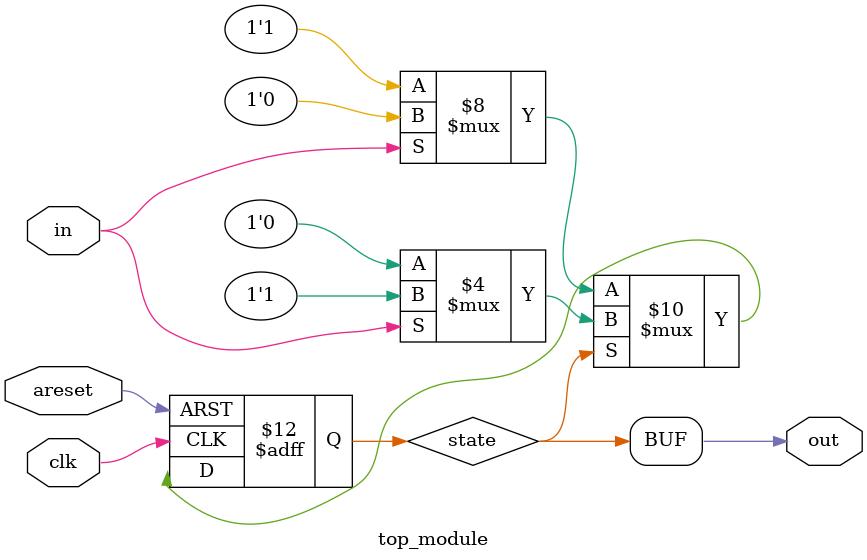
<source format=sv>
module top_module (
	input clk,
	input in,
	input areset,
	output out
);
    
    reg state;
    
    always @(posedge clk or posedge areset) begin
        if (areset)
            state <= 1'b0;
        else begin
            if (state == 1'b0) begin
                if (in)
                    state <= 1'b0;
                else
                    state <= 1'b1;
            end else begin // state == 1'b1
                if (in)
                    state <= 1'b1;
                else
                    state <= 1'b0;
            end
        end
    end
    
    assign out = state;
    
endmodule

</source>
